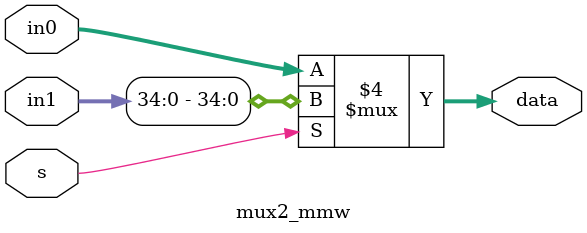
<source format=v>


// The result of translation follows.  Its copyright status should be
// considered unchanged from the original VHDL.

//Special 2 to 1 mux (mismatched width) 
//7/17/02 
// First input is data_width bits 
//Second input is data_width+1     bits 
//Ign ores highest bit of second  input 
// no timescale needed

module mux2_mmw(
input wire s,
input wire [data_width - 1:0] in0,
input wire [data_width:0] in1,
output reg [data_width - 1:0] data
);

parameter [31:0] data_width=35;



// hds interface_end 

  always @(in0 or in1 or s) begin
    if(s == 1'b 0) begin
      data <= in0;
    end
    else begin
      data <= in1[data_width - 1:0];
    end
  end


endmodule

</source>
